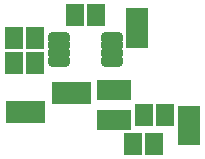
<source format=gbr>
%TF.GenerationSoftware,Altium Limited,Altium Designer,25.7.1 (20)*%
G04 Layer_Color=8421504*
%FSLAX45Y45*%
%MOMM*%
%TF.SameCoordinates,D7271FF7-ADEE-4A75-9EE6-9E67876EE782*%
%TF.FilePolarity,Positive*%
%TF.FileFunction,Paste,Top*%
%TF.Part,Single*%
G01*
G75*
%TA.AperFunction,SMDPad,CuDef*%
G04:AMPARAMS|DCode=32|XSize=0.958mm|YSize=1.858mm|CornerRadius=0.3035mm|HoleSize=0mm|Usage=FLASHONLY|Rotation=90.000|XOffset=0mm|YOffset=0mm|HoleType=Round|Shape=RoundedRectangle|*
%AMROUNDEDRECTD32*
21,1,0.95800,1.25100,0,0,90.0*
21,1,0.35100,1.85800,0,0,90.0*
1,1,0.60700,0.62550,0.17550*
1,1,0.60700,0.62550,-0.17550*
1,1,0.60700,-0.62550,-0.17550*
1,1,0.60700,-0.62550,0.17550*
%
%ADD32ROUNDEDRECTD32*%
%TA.AperFunction,ConnectorPad*%
%ADD33R,1.90800X1.75800*%
%TA.AperFunction,SMDPad,CuDef*%
%ADD34R,1.10800X1.70800*%
%ADD35R,1.75800X1.90800*%
%TA.AperFunction,ConnectorPad*%
%ADD36R,1.50800X1.85800*%
%TA.AperFunction,SMDPad,CuDef*%
%ADD37R,1.90800X1.75800*%
%ADD38R,1.50800X1.85800*%
D32*
X987386Y1318700D02*
D03*
X1432386Y1383700D02*
D03*
Y1513700D02*
D03*
X987386D02*
D03*
Y1383700D02*
D03*
X1432386Y1318700D02*
D03*
X987386Y1448700D02*
D03*
X1432386D02*
D03*
D33*
X1649319Y1678700D02*
D03*
Y1513700D02*
D03*
D34*
X1450000Y1065000D02*
D03*
Y815000D02*
D03*
X1355000Y1065000D02*
D03*
X1545000Y815000D02*
D03*
Y1065000D02*
D03*
X1355000Y815000D02*
D03*
D35*
X1009700Y1043940D02*
D03*
X786080Y881380D02*
D03*
X621080D02*
D03*
X1174700Y1043940D02*
D03*
D36*
X1790000Y610000D02*
D03*
X1610000D02*
D03*
D37*
X2082800Y685800D02*
D03*
Y850800D02*
D03*
D38*
X602820Y1301150D02*
D03*
Y1513700D02*
D03*
X1886880Y861060D02*
D03*
X1706880D02*
D03*
X1299886Y1705200D02*
D03*
X1119886D02*
D03*
X782820Y1513700D02*
D03*
Y1301150D02*
D03*
%TF.MD5,b538f1bbe2497069544a4a972b8683f3*%
M02*

</source>
